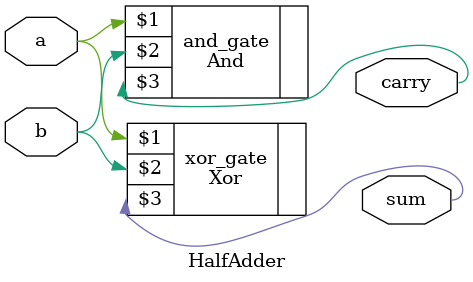
<source format=v>
`ifndef HALF_ADDER_V
`define HALF_ADDER_V

`include "logic-gates/others.v"

module HalfAdder(input a, b, output sum, carry);
    // Instantiate XOR and AND gates
    Xor xor_gate(a, b, sum);
    And and_gate(a, b, carry);
endmodule

`endif // HALF_ADDER_V
</source>
